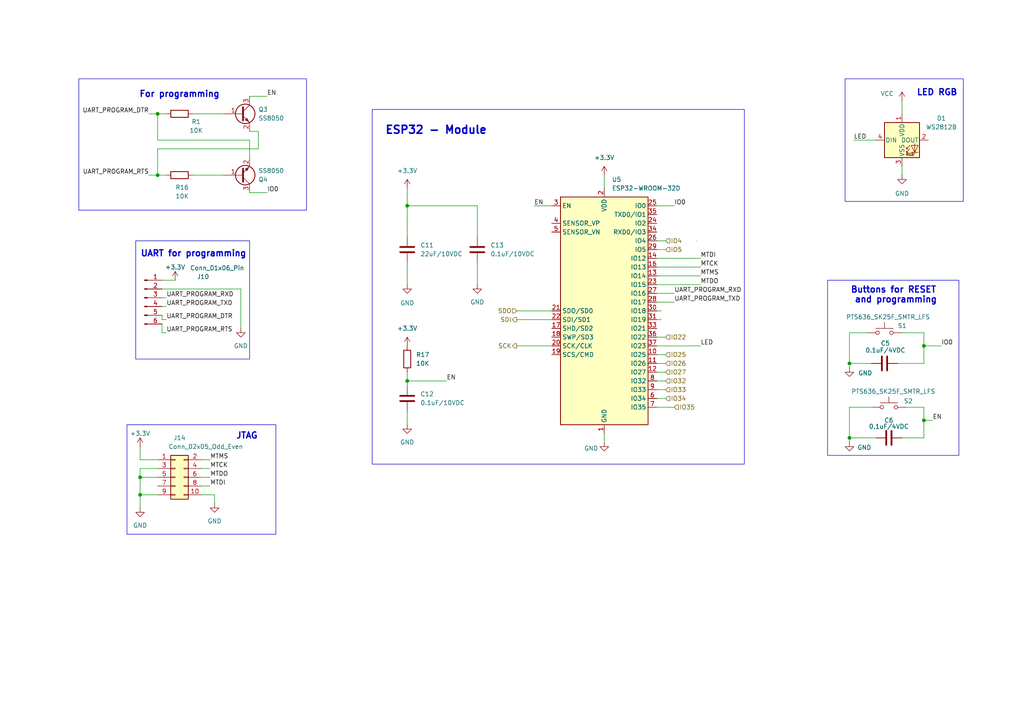
<source format=kicad_sch>
(kicad_sch (version 20231120) (generator "eeschema") (generator_version "8.0")
  (paper "A4")
  (lib_symbols
    (symbol "Connector:Conn_01x06_Pin" (pin_names (offset 1.016) hide)
      (property "Reference" "J" (at 0 7.62 0))
      (property "Value" "Conn_01x06_Pin" (at 0 -10.16 0))
      (symbol "Conn_01x06_Pin_1_1"
        (polyline (pts (xy 1.27 -7.62) (xy 0.8636 -7.62)) (stroke (width 0.1524)))
        (polyline (pts (xy 1.27 -5.08) (xy 0.8636 -5.08)) (stroke (width 0.1524)))
        (polyline (pts (xy 1.27 -2.54) (xy 0.8636 -2.54)) (stroke (width 0.1524)))
        (polyline (pts (xy 1.27 0) (xy 0.8636 0)) (stroke (width 0.1524)))
        (polyline (pts (xy 1.27 2.54) (xy 0.8636 2.54)) (stroke (width 0.1524)))
        (polyline (pts (xy 1.27 5.08) (xy 0.8636 5.08)) (stroke (width 0.1524)))
        (rectangle (start 0.8636 -7.493) (end 0 -7.747) (stroke (width 0.1524)) (fill (type outline)))
        (rectangle (start 0.8636 -4.953) (end 0 -5.207) (stroke (width 0.1524)) (fill (type outline)))
        (rectangle (start 0.8636 -2.413) (end 0 -2.667) (stroke (width 0.1524)) (fill (type outline)))
        (rectangle (start 0.8636 0.127) (end 0 -0.127) (stroke (width 0.1524)) (fill (type outline)))
        (rectangle (start 0.8636 2.667) (end 0 2.413) (stroke (width 0.1524)) (fill (type outline)))
        (rectangle (start 0.8636 5.207) (end 0 4.953) (stroke (width 0.1524)) (fill (type outline)))
        (pin passive line (at 5.08 5.08 180) (length 3.81) (name "Pin_1") (number "1"))
        (pin passive line (at 5.08 2.54 180) (length 3.81) (name "Pin_2") (number "2"))
        (pin passive line (at 5.08 0 180) (length 3.81) (name "Pin_3") (number "3"))
        (pin passive line (at 5.08 -2.54 180) (length 3.81) (name "Pin_4") (number "4"))
        (pin passive line (at 5.08 -5.08 180) (length 3.81) (name "Pin_5") (number "5"))
        (pin passive line (at 5.08 -7.62 180) (length 3.81) (name "Pin_6") (number "6"))
      )
    )
    (symbol "Connector_Generic:Conn_02x05_Odd_Even" (pin_names (offset 1.016) hide)
      (property "Reference" "J" (at 1.27 7.62 0))
      (property "Value" "Conn_02x05_Odd_Even" (at 1.27 -7.62 0))
      (symbol "Conn_02x05_Odd_Even_1_1"
        (rectangle (start -1.27 -4.953) (end 0 -5.207) (stroke (width 0.1524)))
        (rectangle (start -1.27 -2.413) (end 0 -2.667) (stroke (width 0.1524)))
        (rectangle (start -1.27 0.127) (end 0 -0.127) (stroke (width 0.1524)))
        (rectangle (start -1.27 2.667) (end 0 2.413) (stroke (width 0.1524)))
        (rectangle (start -1.27 5.207) (end 0 4.953) (stroke (width 0.1524)))
        (rectangle (start -1.27 6.35) (end 3.81 -6.35) (stroke (width 0.254)) (fill (type background)))
        (rectangle (start 3.81 -4.953) (end 2.54 -5.207) (stroke (width 0.1524)))
        (rectangle (start 3.81 -2.413) (end 2.54 -2.667) (stroke (width 0.1524)))
        (rectangle (start 3.81 0.127) (end 2.54 -0.127) (stroke (width 0.1524)))
        (rectangle (start 3.81 2.667) (end 2.54 2.413) (stroke (width 0.1524)))
        (rectangle (start 3.81 5.207) (end 2.54 4.953) (stroke (width 0.1524)))
        (pin passive line (at -5.08 5.08 0) (length 3.81) (name "Pin_1") (number "1"))
        (pin passive line (at 7.62 -5.08 180) (length 3.81) (name "Pin_10") (number "10"))
        (pin passive line (at 7.62 5.08 180) (length 3.81) (name "Pin_2") (number "2"))
        (pin passive line (at -5.08 2.54 0) (length 3.81) (name "Pin_3") (number "3"))
        (pin passive line (at 7.62 2.54 180) (length 3.81) (name "Pin_4") (number "4"))
        (pin passive line (at -5.08 0 0) (length 3.81) (name "Pin_5") (number "5"))
        (pin passive line (at 7.62 0 180) (length 3.81) (name "Pin_6") (number "6"))
        (pin passive line (at -5.08 -2.54 0) (length 3.81) (name "Pin_7") (number "7"))
        (pin passive line (at 7.62 -2.54 180) (length 3.81) (name "Pin_8") (number "8"))
        (pin passive line (at -5.08 -5.08 0) (length 3.81) (name "Pin_9") (number "9"))
      )
    )
    (symbol "Device:C" (pin_numbers hide) (pin_names (offset 0.254))
      (property "Reference" "C" (at 0.635 2.54 0))
      (property "Value" "C" (at 0.635 -2.54 0))
      (symbol "C_0_1"
        (polyline (pts (xy -2.032 -0.762) (xy 2.032 -0.762)) (stroke (width 0.508)))
        (polyline (pts (xy -2.032 0.762) (xy 2.032 0.762)) (stroke (width 0.508)))
      )
      (symbol "C_1_1"
        (pin passive line (at 0 3.81 270) (length 2.794) (name "~") (number "1"))
        (pin passive line (at 0 -3.81 90) (length 2.794) (name "~") (number "2"))
      )
    )
    (symbol "Device:R" (pin_numbers hide) (pin_names (offset 0))
      (property "Reference" "R" (at 2.032 0 90))
      (property "Value" "R" (at 0 0 90))
      (symbol "R_0_1"
        (rectangle (start -1.016 -2.54) (end 1.016 2.54) (stroke (width 0.254)))
      )
      (symbol "R_1_1"
        (pin passive line (at 0 3.81 270) (length 1.27) (name "~") (number "1"))
        (pin passive line (at 0 -3.81 90) (length 1.27) (name "~") (number "2"))
      )
    )
    (symbol "LED:WS2812B" (pin_names (offset 0.254))
      (property "Reference" "D" (at 5.08 5.715 0))
      (property "Value" "WS2812B" (at 1.27 -5.715 0))
      (symbol "WS2812B_0_0"
        (text "RGB" (at 2.286 -4.191 0) (effects (font (size 0.762 0.762))))
      )
      (symbol "WS2812B_0_1"
        (polyline (pts (xy 1.27 -3.556) (xy 1.778 -3.556)))
        (polyline (pts (xy 1.27 -2.54) (xy 1.778 -2.54)))
        (polyline (pts (xy 4.699 -3.556) (xy 2.667 -3.556)))
        (polyline (pts (xy 2.286 -2.54) (xy 1.27 -3.556) (xy 1.27 -3.048)))
        (polyline (pts (xy 2.286 -1.524) (xy 1.27 -2.54) (xy 1.27 -2.032)))
        (polyline (pts (xy 3.683 -1.016) (xy 3.683 -3.556) (xy 3.683 -4.064)))
        (polyline (pts (xy 4.699 -1.524) (xy 2.667 -1.524) (xy 3.683 -3.556) (xy 4.699 -1.524)))
        (rectangle (start 5.08 5.08) (end -5.08 -5.08) (stroke (width 0.254)) (fill (type background)))
      )
      (symbol "WS2812B_1_1"
        (pin power_in line (at 0 7.62 270) (length 2.54) (name "VDD") (number "1"))
        (pin output line (at 7.62 0 180) (length 2.54) (name "DOUT") (number "2"))
        (pin power_in line (at 0 -7.62 90) (length 2.54) (name "VSS") (number "3"))
        (pin input line (at -7.62 0 0) (length 2.54) (name "DIN") (number "4"))
      )
    )
    (symbol "RF_Module:ESP32-WROOM-32D"
      (property "Reference" "U" (at -12.7 34.29 0))
      (property "Value" "ESP32-WROOM-32D" (at 1.27 34.29 0))
      (symbol "ESP32-WROOM-32D_0_1"
        (rectangle (start -12.7 33.02) (end 12.7 -33.02) (stroke (width 0.254)) (fill (type background)))
      )
      (symbol "ESP32-WROOM-32D_1_1"
        (pin power_in line (at 0 -35.56 90) (length 2.54) (name "GND") (number "1"))
        (pin bidirectional line (at 15.24 -12.7 180) (length 2.54) (name "IO25") (number "10"))
        (pin bidirectional line (at 15.24 -15.24 180) (length 2.54) (name "IO26") (number "11"))
        (pin bidirectional line (at 15.24 -17.78 180) (length 2.54) (name "IO27") (number "12"))
        (pin bidirectional line (at 15.24 10.16 180) (length 2.54) (name "IO14") (number "13"))
        (pin bidirectional line (at 15.24 15.24 180) (length 2.54) (name "IO12") (number "14"))
        (pin passive line (at 0 -35.56 90) (length 2.54) hide (name "GND") (number "15"))
        (pin bidirectional line (at 15.24 12.7 180) (length 2.54) (name "IO13") (number "16"))
        (pin bidirectional line (at -15.24 -5.08 0) (length 2.54) (name "SHD/SD2") (number "17"))
        (pin bidirectional line (at -15.24 -7.62 0) (length 2.54) (name "SWP/SD3") (number "18"))
        (pin bidirectional line (at -15.24 -12.7 0) (length 2.54) (name "SCS/CMD") (number "19"))
        (pin power_in line (at 0 35.56 270) (length 2.54) (name "VDD") (number "2"))
        (pin bidirectional line (at -15.24 -10.16 0) (length 2.54) (name "SCK/CLK") (number "20"))
        (pin bidirectional line (at -15.24 0 0) (length 2.54) (name "SDO/SD0") (number "21"))
        (pin bidirectional line (at -15.24 -2.54 0) (length 2.54) (name "SDI/SD1") (number "22"))
        (pin bidirectional line (at 15.24 7.62 180) (length 2.54) (name "IO15") (number "23"))
        (pin bidirectional line (at 15.24 25.4 180) (length 2.54) (name "IO2") (number "24"))
        (pin bidirectional line (at 15.24 30.48 180) (length 2.54) (name "IO0") (number "25"))
        (pin bidirectional line (at 15.24 20.32 180) (length 2.54) (name "IO4") (number "26"))
        (pin bidirectional line (at 15.24 5.08 180) (length 2.54) (name "IO16") (number "27"))
        (pin bidirectional line (at 15.24 2.54 180) (length 2.54) (name "IO17") (number "28"))
        (pin bidirectional line (at 15.24 17.78 180) (length 2.54) (name "IO5") (number "29"))
        (pin input line (at -15.24 30.48 0) (length 2.54) (name "EN") (number "3"))
        (pin bidirectional line (at 15.24 0 180) (length 2.54) (name "IO18") (number "30"))
        (pin bidirectional line (at 15.24 -2.54 180) (length 2.54) (name "IO19") (number "31"))
        (pin no_connect line (at -12.7 -27.94 0) (length 2.54) hide (name "NC") (number "32"))
        (pin bidirectional line (at 15.24 -5.08 180) (length 2.54) (name "IO21") (number "33"))
        (pin bidirectional line (at 15.24 22.86 180) (length 2.54) (name "RXD0/IO3") (number "34"))
        (pin bidirectional line (at 15.24 27.94 180) (length 2.54) (name "TXD0/IO1") (number "35"))
        (pin bidirectional line (at 15.24 -7.62 180) (length 2.54) (name "IO22") (number "36"))
        (pin bidirectional line (at 15.24 -10.16 180) (length 2.54) (name "IO23") (number "37"))
        (pin passive line (at 0 -35.56 90) (length 2.54) hide (name "GND") (number "38"))
        (pin passive line (at 0 -35.56 90) (length 2.54) hide (name "GND") (number "39"))
        (pin input line (at -15.24 25.4 0) (length 2.54) (name "SENSOR_VP") (number "4"))
        (pin input line (at -15.24 22.86 0) (length 2.54) (name "SENSOR_VN") (number "5"))
        (pin input line (at 15.24 -25.4 180) (length 2.54) (name "IO34") (number "6"))
        (pin input line (at 15.24 -27.94 180) (length 2.54) (name "IO35") (number "7"))
        (pin bidirectional line (at 15.24 -20.32 180) (length 2.54) (name "IO32") (number "8"))
        (pin bidirectional line (at 15.24 -22.86 180) (length 2.54) (name "IO33") (number "9"))
      )
    )
    (symbol "Switch:SW_Push" (pin_numbers hide) (pin_names (offset 1.016) hide)
      (property "Reference" "SW" (at 1.27 2.54 0))
      (property "Value" "SW_Push" (at 0 -1.524 0))
      (symbol "SW_Push_0_1"
        (circle (center -2.032 0) (radius 0.508))
        (polyline (pts (xy 0 1.27) (xy 0 3.048)))
        (polyline (pts (xy 2.54 1.27) (xy -2.54 1.27)))
        (circle (center 2.032 0) (radius 0.508))
        (pin passive line (at -5.08 0 0) (length 2.54) (name "1") (number "1"))
        (pin passive line (at 5.08 0 180) (length 2.54) (name "2") (number "2"))
      )
    )
    (symbol "Transistor_BJT:SS8050" (pin_names (offset 0) hide)
      (property "Reference" "Q" (at 5.08 1.905 0))
      (property "Value" "SS8050" (at 5.08 0 0))
      (symbol "SS8050_0_1"
        (polyline (pts (xy 0.635 0.635) (xy 2.54 2.54)))
        (polyline (pts (xy 0.635 -0.635) (xy 2.54 -2.54) (xy 2.54 -2.54)))
        (polyline (pts (xy 0.635 1.905) (xy 0.635 -1.905) (xy 0.635 -1.905)) (stroke (width 0.508)))
        (polyline (pts (xy 1.27 -1.778) (xy 1.778 -1.27) (xy 2.286 -2.286) (xy 1.27 -1.778) (xy 1.27 -1.778)) (fill (type outline)))
        (circle (center 1.27 0) (radius 2.8194) (stroke (width 0.254)))
      )
      (symbol "SS8050_1_1"
        (pin input line (at -5.08 0 0) (length 5.715) (name "B") (number "1"))
        (pin passive line (at 2.54 -5.08 90) (length 2.54) (name "E") (number "2"))
        (pin passive line (at 2.54 5.08 270) (length 2.54) (name "C") (number "3"))
      )
    )
    (symbol "power:+3.3V" (power) (pin_numbers hide) (pin_names (offset 0) hide)
      (property "Value" "+3.3V" (at 0 3.556 0))
      (symbol "+3.3V_0_1"
        (polyline (pts (xy -0.762 1.27) (xy 0 2.54)))
        (polyline (pts (xy 0 0) (xy 0 2.54)))
        (polyline (pts (xy 0 2.54) (xy 0.762 1.27)))
      )
      (symbol "+3.3V_1_1"
        (pin power_in line (at 0 0 90) (length 0) (name "~") (number "1"))
      )
    )
    (symbol "power:GND" (power) (pin_numbers hide) (pin_names (offset 0) hide)
      (property "Value" "GND" (at 0 -3.81 0))
      (symbol "GND_0_1"
        (polyline (pts (xy 0 0) (xy 0 -1.27) (xy 1.27 -1.27) (xy 0 -2.54) (xy -1.27 -1.27) (xy 0 -1.27)))
      )
      (symbol "GND_1_1"
        (pin power_in line (at 0 0 270) (length 0) (name "~") (number "1"))
      )
    )
    (symbol "power:VCC" (power) (pin_numbers hide) (pin_names (offset 0) hide)
      (property "Value" "VCC" (at 0 3.556 0))
      (symbol "VCC_0_1"
        (polyline (pts (xy -0.762 1.27) (xy 0 2.54)))
        (polyline (pts (xy 0 0) (xy 0 2.54)))
        (polyline (pts (xy 0 2.54) (xy 0.762 1.27)))
      )
      (symbol "VCC_1_1"
        (pin power_in line (at 0 0 90) (length 0) (name "~") (number "1"))
      )
    )
  )
  (junction (at 45.72 33.02))
  (junction (at 118.11 59.69))
  (junction (at 118.11 110.49))
  (junction (at 267.97 100.33))
  (junction (at 40.64 138.43))
  (junction (at 45.72 50.8))
  (junction (at 40.64 143.51))
  (junction (at 267.97 121.92))
  (junction (at 246.38 105.41))
  (junction (at 246.38 127))
  (wire (pts (xy 246.38 105.41) (xy 252.73 105.41)))
  (wire (pts (xy 46.99 96.52) (xy 46.99 93.98)))
  (wire (pts (xy 40.64 129.54) (xy 40.64 133.35)))
  (wire (pts (xy 190.5 118.11) (xy 195.58 118.11)))
  (wire (pts (xy 190.5 92.71) (xy 191.77 92.71)))
  (wire (pts (xy 261.62 48.26) (xy 261.62 50.8)))
  (wire (pts (xy 118.11 110.49) (xy 129.54 110.49)))
  (wire (pts (xy 246.38 118.11) (xy 246.38 127)))
  (wire (pts (xy 261.62 29.21) (xy 261.62 33.02)))
  (wire (pts (xy 190.5 87.63) (xy 195.58 87.63)))
  (wire (pts (xy 190.5 90.17) (xy 191.77 90.17)))
  (wire (pts (xy 247.65 40.64) (xy 254 40.64)))
  (wire (pts (xy 262.89 118.11) (xy 267.97 118.11)))
  (wire (pts (xy 46.99 83.82) (xy 69.85 83.82)))
  (wire (pts (xy 190.5 100.33) (xy 203.2 100.33)))
  (wire (pts (xy 58.42 143.51) (xy 62.23 143.51)))
  (wire (pts (xy 118.11 119.38) (xy 118.11 123.19)))
  (wire (pts (xy 138.43 76.2) (xy 138.43 82.55)))
  (wire (pts (xy 45.72 40.64) (xy 45.72 33.02)))
  (wire (pts (xy 267.97 118.11) (xy 267.97 121.92)))
  (wire (pts (xy 261.62 127) (xy 267.97 127)))
  (wire (pts (xy 45.72 135.89) (xy 40.64 135.89)))
  (wire (pts (xy 149.86 100.33) (xy 160.02 100.33)))
  (wire (pts (xy 118.11 59.69) (xy 138.43 59.69)))
  (wire (pts (xy 69.85 83.82) (xy 69.85 95.25)))
  (wire (pts (xy 190.5 102.87) (xy 193.04 102.87)))
  (wire (pts (xy 40.64 133.35) (xy 45.72 133.35)))
  (wire (pts (xy 246.38 127) (xy 246.38 128.27)))
  (wire (pts (xy 190.5 115.57) (xy 193.04 115.57)))
  (wire (pts (xy 118.11 68.58) (xy 118.11 59.69)))
  (wire (pts (xy 175.26 50.8) (xy 175.26 54.61)))
  (wire (pts (xy 46.99 86.36) (xy 48.26 86.36)))
  (wire (pts (xy 118.11 54.61) (xy 118.11 59.69)))
  (wire (pts (xy 190.5 77.47) (xy 203.2 77.47)))
  (wire (pts (xy 190.5 113.03) (xy 193.04 113.03)))
  (wire (pts (xy 43.18 33.02) (xy 45.72 33.02)))
  (wire (pts (xy 190.5 85.09) (xy 195.58 85.09)))
  (wire (pts (xy 58.42 140.97) (xy 60.96 140.97)))
  (wire (pts (xy 74.93 38.1) (xy 72.39 38.1)))
  (wire (pts (xy 46.99 81.28) (xy 50.8 81.28)))
  (wire (pts (xy 246.38 96.52) (xy 246.38 105.41)))
  (wire (pts (xy 55.88 33.02) (xy 64.77 33.02)))
  (wire (pts (xy 62.23 143.51) (xy 62.23 146.05)))
  (wire (pts (xy 261.62 96.52) (xy 267.97 96.52)))
  (wire (pts (xy 45.72 50.8) (xy 48.26 50.8)))
  (wire (pts (xy 246.38 118.11) (xy 252.73 118.11)))
  (wire (pts (xy 190.5 82.55) (xy 203.2 82.55)))
  (wire (pts (xy 149.86 90.17) (xy 160.02 90.17)))
  (wire (pts (xy 72.39 40.64) (xy 72.39 45.72)))
  (wire (pts (xy 45.72 43.18) (xy 74.93 43.18)))
  (wire (pts (xy 74.93 43.18) (xy 74.93 38.1)))
  (wire (pts (xy 43.18 50.8) (xy 45.72 50.8)))
  (wire (pts (xy 190.5 69.85) (xy 193.04 69.85)))
  (wire (pts (xy 46.99 88.9) (xy 48.26 88.9)))
  (wire (pts (xy 58.42 138.43) (xy 60.96 138.43)))
  (wire (pts (xy 58.42 135.89) (xy 60.96 135.89)))
  (wire (pts (xy 40.64 138.43) (xy 40.64 143.51)))
  (wire (pts (xy 175.26 125.73) (xy 175.26 128.27)))
  (wire (pts (xy 118.11 76.2) (xy 118.11 82.55)))
  (wire (pts (xy 118.11 107.95) (xy 118.11 110.49)))
  (wire (pts (xy 190.5 105.41) (xy 193.04 105.41)))
  (wire (pts (xy 190.5 110.49) (xy 193.04 110.49)))
  (wire (pts (xy 190.5 80.01) (xy 203.2 80.01)))
  (wire (pts (xy 190.5 107.95) (xy 193.04 107.95)))
  (wire (pts (xy 246.38 106.68) (xy 246.38 105.41)))
  (wire (pts (xy 267.97 121.92) (xy 267.97 127)))
  (wire (pts (xy 55.88 50.8) (xy 64.77 50.8)))
  (wire (pts (xy 45.72 43.18) (xy 45.72 50.8)))
  (wire (pts (xy 40.64 143.51) (xy 40.64 147.32)))
  (wire (pts (xy 260.35 105.41) (xy 267.97 105.41)))
  (wire (pts (xy 46.99 96.52) (xy 48.26 96.52)))
  (wire (pts (xy 40.64 135.89) (xy 40.64 138.43)))
  (wire (pts (xy 190.5 59.69) (xy 195.58 59.69)))
  (wire (pts (xy 267.97 96.52) (xy 267.97 100.33)))
  (wire (pts (xy 190.5 97.79) (xy 193.04 97.79)))
  (wire (pts (xy 154.94 59.69) (xy 160.02 59.69)))
  (wire (pts (xy 246.38 127) (xy 254 127)))
  (wire (pts (xy 46.99 92.71) (xy 46.99 91.44)))
  (wire (pts (xy 190.5 72.39) (xy 193.04 72.39)))
  (wire (pts (xy 190.5 74.93) (xy 203.2 74.93)))
  (wire (pts (xy 246.38 96.52) (xy 251.46 96.52)))
  (wire (pts (xy 267.97 100.33) (xy 273.05 100.33)))
  (wire (pts (xy 45.72 40.64) (xy 72.39 40.64)))
  (wire (pts (xy 40.64 143.51) (xy 45.72 143.51)))
  (wire (pts (xy 58.42 133.35) (xy 60.96 133.35)))
  (wire (pts (xy 40.64 138.43) (xy 45.72 138.43)))
  (wire (pts (xy 118.11 110.49) (xy 118.11 111.76)))
  (wire (pts (xy 267.97 105.41) (xy 267.97 100.33)))
  (wire (pts (xy 149.86 92.71) (xy 160.02 92.71)))
  (wire (pts (xy 45.72 33.02) (xy 48.26 33.02)))
  (wire (pts (xy 46.99 92.71) (xy 48.26 92.71)))
  (wire (pts (xy 138.43 59.69) (xy 138.43 68.58)))
  (wire (pts (xy 72.39 55.88) (xy 77.47 55.88)))
  (wire (pts (xy 267.97 121.92) (xy 270.51 121.92)))
  (wire (pts (xy 77.47 27.94) (xy 72.39 27.94)))
  (rectangle (start 245.11 22.86) (end 279.4 58.42))
  (rectangle (start 22.86 22.86) (end 88.9 60.96))
  (rectangle (start 107.95 31.75) (end 215.9 134.62))
  (rectangle (start 201.93 69.85) (end 201.93 69.85))
  (rectangle (start 36.83 123.19) (end 80.01 154.94))
  (rectangle (start 240.03 81.28) (end 278.13 132.08))
  (rectangle (start 39.37 69.85) (end 72.39 104.14))
  (text "ESP32 - Module\n" (at 126.492 37.846 0) (effects (font (size 2.286 2.286) (thickness 0.4572) (bold yes))))
  (text "JTAG\n" (at 71.628 126.492 0) (effects (font (size 1.778 1.778) (thickness 0.3556) (bold yes))))
  (text "UART for programming\n" (at 56.134 73.66 0) (effects (font (size 1.778 1.778) (thickness 0.3556) (bold yes))))
  (text "LED RGB\n" (at 271.78 26.924 0) (effects (font (size 1.778 1.778) (thickness 0.3556) (bold yes))))
  (text "Buttons for RESET \nand programming\n" (at 259.842 85.598 0) (effects (font (size 1.778 1.778) (thickness 0.3556) (bold yes))))
  (text "For programming\n" (at 52.07 27.432 0) (effects (font (size 1.778 1.778) (thickness 0.3556) (bold yes))))
  (label "UART_PROGRAM_RTS" (at 43.18 50.8 180))
  (label "MTDI" (at 203.2 74.93 0))
  (label "IO0" (at 195.58 59.69 0))
  (label "MTDO" (at 60.96 138.43 0))
  (label "UART_PROGRAM_RXD" (at 48.26 86.36 0))
  (label "UART_PROGRAM_TXD" (at 48.26 88.9 0))
  (label "MTMS" (at 203.2 80.01 0))
  (label "IO0" (at 273.05 100.33 0))
  (label "MTDI" (at 60.96 140.97 0))
  (label "UART_PROGRAM_DTR" (at 43.18 33.02 180))
  (label "MTCK" (at 60.96 135.89 0))
  (label "EN" (at 129.54 110.49 0))
  (label "EN" (at 154.94 59.69 0))
  (label "MTDO" (at 203.2 82.55 0))
  (label "EN" (at 77.47 27.94 0))
  (label "UART_PROGRAM_TXD" (at 195.58 87.63 0))
  (label "UART_PROGRAM_RTS" (at 48.26 96.52 0))
  (label "MTMS" (at 60.96 133.35 0))
  (label "UART_PROGRAM_RXD" (at 195.58 85.09 0))
  (label "UART_PROGRAM_DTR" (at 48.26 92.71 0))
  (label "LED" (at 247.65 40.64 0))
  (label "LED" (at 203.2 100.33 0))
  (label "MTCK" (at 203.2 77.47 0))
  (label "IO0" (at 77.47 55.88 0))
  (label "EN" (at 270.51 121.92 0))
  (hierarchical_label "IO32" (shape input) (at 193.04 110.49 0))
  (hierarchical_label "IO25" (shape input) (at 193.04 102.87 0))
  (hierarchical_label "SCK" (shape output) (at 149.86 100.33 180))
  (hierarchical_label "SDI" (shape output) (at 149.86 92.71 180))
  (hierarchical_label "IO5" (shape input) (at 193.04 72.39 0))
  (hierarchical_label "IO22" (shape input) (at 193.04 97.79 0))
  (hierarchical_label "IO26" (shape input) (at 193.04 105.41 0))
  (hierarchical_label "IO33" (shape input) (at 193.04 113.03 0))
  (hierarchical_label "SDO" (shape input) (at 149.86 90.17 180))
  (hierarchical_label "IO35" (shape input) (at 195.58 118.11 0))
  (hierarchical_label "IO27" (shape input) (at 193.04 107.95 0))
  (hierarchical_label "IO4" (shape input) (at 193.04 69.85 0))
  (hierarchical_label "IO34" (shape input) (at 193.04 115.57 0))
  (symbol (lib_id "power:GND") (at 118.11 123.19 0) (unit 1)
    (property "Reference" "#PWR052" (effects (hide yes)))
    (property "Value" "GND" (at 118.11 128.27 0))
    (property "Description" "Power symbol creates a global label with name \"GND\" , ground" (effects (hide yes)))
  )
  (symbol (lib_id "Switch:SW_Push") (at 257.81 118.11 0) (unit 1)
    (property "Reference" "S2" (at 262.128 116.332 0) (effects (justify left)))
    (property "Value" "PTS636_SK25F_SMTR_LFS" (at 246.888 113.538 0) (effects (justify left)))
    (property "Footprint" "1bmoje:PTS636SK25FSMTRLFS" (effects (hide yes)))
    (property "Description" "Push button switch, generic, two pins" (effects (hide yes)))
    (property "Height" "2.7" (effects (hide yes)))
    (property "Mouser Part Number" "611-PTS636SK25FSMTRL" (effects (hide yes)))
    (property "Mouser Price/Stock" "https://www.mouser.co.uk/ProductDetail/CK/PTS636-SK25F-SMTR-LFS?qs=vLWxofP3U2zO9PvdsA2GhQ%3D%3D" (effects (hide yes)))
    (property "Manufacturer_Name" "C & K COMPONENTS" (effects (hide yes)))
    (property "Manufacturer_Part_Number" "PTS636 SK25F SMTR LFS" (effects (hide yes)))
  )
  (symbol (lib_id "Device:C") (at 138.43 72.39 0) (unit 1)
    (property "Reference" "C13" (at 142.24 71.1199 0) (effects (justify left)))
    (property "Value" "0.1uF/10VDC" (at 142.24 73.6599 0) (effects (justify left)))
    (property "Footprint" "Capacitor_SMD:C_0603_1608Metric" (effects (hide yes)))
    (property "Description" "Unpolarized capacitor" (effects (hide yes)))
  )
  (symbol (lib_id "Device:R") (at 52.07 50.8 90) (unit 1)
    (property "Reference" "R16" (at 52.832 54.356 90))
    (property "Value" "10K" (at 52.832 56.896 90))
    (property "Footprint" "Resistor_SMD:R_0603_1608Metric" (effects (hide yes)))
    (property "Description" "Resistor" (effects (hide yes)))
  )
  (symbol (lib_id "RF_Module:ESP32-WROOM-32D") (at 175.26 90.17 0) (unit 1)
    (property "Reference" "U5" (at 177.4541 52.07 0) (effects (justify left)))
    (property "Value" "ESP32-WROOM-32D" (at 177.4541 54.61 0) (effects (justify left)))
    (property "Footprint" "RF_Module:ESP32-WROOM-32D" (effects (hide yes)))
    (property "Datasheet" "https://www.espressif.com/sites/default/files/documentation/esp32-wroom-32d_esp32-wroom-32u_datasheet_en.pdf" (effects (hide yes)))
    (property "Description" "RF Module, ESP32-D0WD SoC, Wi-Fi 802.11b/g/n, Bluetooth, BLE, 32-bit, 2.7-3.6V, onboard antenna, SMD" (effects (hide yes)))
  )
  (symbol (lib_id "Connector:Conn_01x06_Pin") (at 41.91 86.36 0) (unit 1)
    (property "Reference" "J10" (at 60.706 80.264 0) (effects (justify right)))
    (property "Value" "Conn_01x06_Pin" (at 70.866 77.724 0) (effects (justify right)))
    (property "Footprint" "Connector_PinHeader_2.54mm:PinHeader_1x06_P2.54mm_Vertical" (effects (hide yes)))
    (property "Description" "Generic connector, single row, 01x06, script generated" (effects (hide yes)))
  )
  (symbol (lib_id "power:GND") (at 62.23 146.05 0) (unit 1)
    (property "Reference" "#PWR031" (effects (hide yes)))
    (property "Value" "GND" (at 62.23 151.13 0))
    (property "Description" "Power symbol creates a global label with name \"GND\" , ground" (effects (hide yes)))
  )
  (symbol (lib_id "LED:WS2812B") (at 261.62 40.64 0) (unit 1)
    (property "Reference" "D1" (at 273.05 34.3214 0))
    (property "Value" "WS2812B" (at 273.05 36.8614 0))
    (property "Footprint" "LED_SMD:LED_WS2812B_PLCC4_5.0x5.0mm_P3.2mm" (effects (hide yes)))
    (property "Datasheet" "https://cdn-shop.adafruit.com/datasheets/WS2812B.pdf" (effects (hide yes)))
    (property "Description" "RGB LED with integrated controller" (effects (hide yes)))
  )
  (symbol (lib_id "power:GND") (at 261.62 50.8 0) (unit 1)
    (property "Reference" "#PWR07" (effects (hide yes)))
    (property "Value" "GND" (at 261.62 56.134 0))
    (property "Description" "Power symbol creates a global label with name \"GND\" , ground" (effects (hide yes)))
  )
  (symbol (lib_id "power:GND") (at 69.85 95.25 0) (unit 1)
    (property "Reference" "#PWR017" (effects (hide yes)))
    (property "Value" "GND" (at 69.85 100.33 0))
    (property "Description" "Power symbol creates a global label with name \"GND\" , ground" (effects (hide yes)))
  )
  (symbol (lib_id "Device:C") (at 257.81 127 90) (unit 1)
    (property "Reference" "C6" (at 257.81 121.92 90))
    (property "Value" "0.1uF/4VDC" (at 257.81 123.698 90))
    (property "Footprint" "Capacitor_SMD:C_0603_1608Metric" (effects (hide yes)))
    (property "Description" "Unpolarized capacitor" (effects (hide yes)))
  )
  (symbol (lib_id "Device:C") (at 256.54 105.41 90) (unit 1)
    (property "Reference" "C5" (at 256.794 99.568 90))
    (property "Value" "0.1uF/4VDC" (at 256.794 101.6 90))
    (property "Footprint" "Capacitor_SMD:C_0603_1608Metric" (effects (hide yes)))
    (property "Description" "Unpolarized capacitor" (effects (hide yes)))
  )
  (symbol (lib_id "power:+3.3V") (at 175.26 50.8 0) (unit 1)
    (property "Reference" "#PWR054" (effects (hide yes)))
    (property "Value" "+3.3V" (at 175.26 45.72 0))
    (property "Description" "Power symbol creates a global label with name \"+3.3V\"" (effects (hide yes)))
  )
  (symbol (lib_id "power:GND") (at 40.64 147.32 0) (unit 1)
    (property "Reference" "#PWR030" (effects (hide yes)))
    (property "Value" "GND" (at 40.64 152.4 0))
    (property "Description" "Power symbol creates a global label with name \"GND\" , ground" (effects (hide yes)))
  )
  (symbol (lib_id "power:GND") (at 118.11 82.55 0) (unit 1)
    (property "Reference" "#PWR050" (effects (hide yes)))
    (property "Value" "GND" (at 118.11 87.884 0))
    (property "Description" "Power symbol creates a global label with name \"GND\" , ground" (effects (hide yes)))
  )
  (symbol (lib_id "power:GND") (at 246.38 106.68 0) (unit 1)
    (property "Reference" "#PWR03" (effects (hide yes)))
    (property "Value" "GND" (at 250.952 108.204 0))
    (property "Description" "Power symbol creates a global label with name \"GND\" , ground" (effects (hide yes)))
  )
  (symbol (lib_id "Transistor_BJT:SS8050") (at 69.85 50.8 0) (mirror x) (unit 1)
    (property "Reference" "Q4" (at 74.93 52.0701 0) (effects (justify left)))
    (property "Value" "SS8050" (at 74.93 49.5301 0) (effects (justify left)))
    (property "Footprint" "Package_TO_SOT_SMD:SOT-23" (effects (hide yes)))
    (property "Datasheet" "http://www.secosgmbh.com/datasheet/products/SSMPTransistor/SOT-23/SS8050.pdf" (effects (hide yes)))
    (property "Description" "General Purpose NPN Transistor, 1.5A Ic, 25V Vce, SOT-23" (effects (hide yes)))
  )
  (symbol (lib_id "power:GND") (at 175.26 128.27 0) (unit 1)
    (property "Reference" "#PWR055" (effects (hide yes)))
    (property "Value" "GND" (at 171.45 130.048 0))
    (property "Description" "Power symbol creates a global label with name \"GND\" , ground" (effects (hide yes)))
  )
  (symbol (lib_id "power:+3.3V") (at 50.8 81.28 0) (unit 1)
    (property "Reference" "#PWR05" (effects (hide yes)))
    (property "Value" "+3.3V" (at 50.8 77.47 0))
    (property "Description" "Power symbol creates a global label with name \"+3.3V\"" (effects (hide yes)))
  )
  (symbol (lib_id "power:GND") (at 138.43 82.55 0) (unit 1)
    (property "Reference" "#PWR053" (effects (hide yes)))
    (property "Value" "GND" (at 138.43 87.63 0))
    (property "Description" "Power symbol creates a global label with name \"GND\" , ground" (effects (hide yes)))
  )
  (symbol (lib_id "Connector_Generic:Conn_02x05_Odd_Even") (at 50.8 138.43 0) (unit 1)
    (property "Reference" "J14" (at 52.07 127 0))
    (property "Value" "Conn_02x05_Odd_Even" (at 59.69 129.54 0))
    (property "Footprint" "Connector_PinHeader_2.54mm:PinHeader_2x05_P2.54mm_Vertical" (effects (hide yes)))
    (property "Description" "Generic connector, double row, 02x05, odd/even pin numbering scheme (row 1 odd numbers, row 2 even numbers), script generated (kicad-library-utils/schlib/autogen/connector/)" (effects (hide yes)))
  )
  (symbol (lib_id "power:+3.3V") (at 40.64 129.54 0) (unit 1)
    (property "Reference" "#PWR029" (effects (hide yes)))
    (property "Value" "+3.3V" (at 40.64 125.73 0))
    (property "Description" "Power symbol creates a global label with name \"+3.3V\"" (effects (hide yes)))
  )
  (symbol (lib_id "power:+3.3V") (at 118.11 100.33 0) (unit 1)
    (property "Reference" "#PWR051" (effects (hide yes)))
    (property "Value" "+3.3V" (at 118.11 95.25 0))
    (property "Description" "Power symbol creates a global label with name \"+3.3V\"" (effects (hide yes)))
  )
  (symbol (lib_id "Transistor_BJT:SS8050") (at 69.85 33.02 0) (unit 1)
    (property "Reference" "Q3" (at 74.93 31.7499 0) (effects (justify left)))
    (property "Value" "SS8050" (at 74.93 34.2899 0) (effects (justify left)))
    (property "Footprint" "Package_TO_SOT_SMD:SOT-23" (effects (hide yes)))
    (property "Datasheet" "http://www.secosgmbh.com/datasheet/products/SSMPTransistor/SOT-23/SS8050.pdf" (effects (hide yes)))
    (property "Description" "General Purpose NPN Transistor, 1.5A Ic, 25V Vce, SOT-23" (effects (hide yes)))
  )
  (symbol (lib_id "power:GND") (at 246.38 128.27 0) (unit 1)
    (property "Reference" "#PWR04" (effects (hide yes)))
    (property "Value" "GND" (at 250.698 129.794 0))
    (property "Description" "Power symbol creates a global label with name \"GND\" , ground" (effects (hide yes)))
  )
  (symbol (lib_id "Device:C") (at 118.11 115.57 0) (unit 1)
    (property "Reference" "C12" (at 121.92 114.2999 0) (effects (justify left)))
    (property "Value" "0.1uF/10VDC" (at 121.92 116.8399 0) (effects (justify left)))
    (property "Footprint" "Capacitor_SMD:C_0603_1608Metric" (effects (hide yes)))
    (property "Description" "Unpolarized capacitor" (effects (hide yes)))
  )
  (symbol (lib_id "Device:R") (at 118.11 104.14 0) (unit 1)
    (property "Reference" "R17" (at 120.65 102.8699 0) (effects (justify left)))
    (property "Value" "10K" (at 120.65 105.4099 0) (effects (justify left)))
    (property "Footprint" "Resistor_SMD:R_0603_1608Metric" (effects (hide yes)))
    (property "Description" "Resistor" (effects (hide yes)))
  )
  (symbol (lib_id "power:+3.3V") (at 118.11 54.61 0) (unit 1)
    (property "Reference" "#PWR049" (effects (hide yes)))
    (property "Value" "+3.3V" (at 118.11 49.53 0))
    (property "Description" "Power symbol creates a global label with name \"+3.3V\"" (effects (hide yes)))
  )
  (symbol (lib_id "power:VCC") (at 261.62 29.21 0) (unit 1)
    (property "Reference" "#PWR06" (effects (hide yes)))
    (property "Value" "VCC" (at 257.302 27.178 0))
    (property "Description" "Power symbol creates a global label with name \"VCC\"" (effects (hide yes)))
  )
  (symbol (lib_id "Device:C") (at 118.11 72.39 0) (unit 1)
    (property "Reference" "C11" (at 121.92 71.1199 0) (effects (justify left)))
    (property "Value" "22uF/10VDC" (at 121.92 73.6599 0) (effects (justify left)))
    (property "Footprint" "Capacitor_SMD:C_0603_1608Metric" (effects (hide yes)))
    (property "Description" "Unpolarized capacitor" (effects (hide yes)))
  )
  (symbol (lib_id "Device:R") (at 52.07 33.02 90) (unit 1)
    (property "Reference" "R1" (at 56.896 35.306 90))
    (property "Value" "10K" (at 56.896 37.846 90))
    (property "Footprint" "Resistor_SMD:R_0603_1608Metric" (effects (hide yes)))
    (property "Description" "Resistor" (effects (hide yes)))
  )
  (symbol (lib_id "Switch:SW_Push") (at 256.54 96.52 0) (unit 1)
    (property "Reference" "S1" (at 260.35 94.488 0) (effects (justify left)))
    (property "Value" "PTS636_SK25F_SMTR_LFS" (at 245.364 91.948 0) (effects (justify left)))
    (property "Footprint" "1bmoje:PTS636SK25FSMTRLFS" (effects (hide yes)))
    (property "Description" "Push button switch, generic, two pins" (effects (hide yes)))
    (property "Height" "2.7" (effects (hide yes)))
    (property "Mouser Part Number" "611-PTS636SK25FSMTRL" (effects (hide yes)))
    (property "Mouser Price/Stock" "https://www.mouser.co.uk/ProductDetail/CK/PTS636-SK25F-SMTR-LFS?qs=vLWxofP3U2zO9PvdsA2GhQ%3D%3D" (effects (hide yes)))
    (property "Manufacturer_Name" "C & K COMPONENTS" (effects (hide yes)))
    (property "Manufacturer_Part_Number" "PTS636 SK25F SMTR LFS" (effects (hide yes)))
  )
)
</source>
